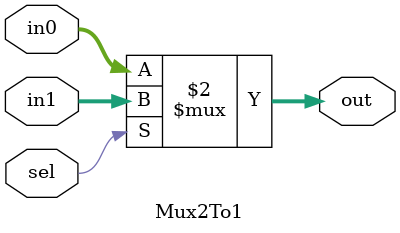
<source format=v>
module Mux2To1 #(parameter N = 32)(
    input [N-1:0] in0, in1,
    input sel,
    output [N-1:0] out
);
    assign out = (sel == 1'b0) ? in0 : in1;
    
endmodule

</source>
